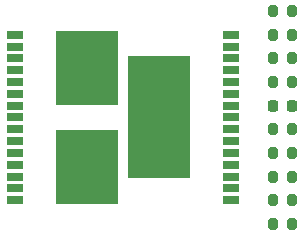
<source format=gtp>
G04 #@! TF.GenerationSoftware,KiCad,Pcbnew,7.0.9*
G04 #@! TF.CreationDate,2023-12-19T12:33:16+08:00*
G04 #@! TF.ProjectId,vnh5019,766e6835-3031-4392-9e6b-696361645f70,rev?*
G04 #@! TF.SameCoordinates,Original*
G04 #@! TF.FileFunction,Paste,Top*
G04 #@! TF.FilePolarity,Positive*
%FSLAX46Y46*%
G04 Gerber Fmt 4.6, Leading zero omitted, Abs format (unit mm)*
G04 Created by KiCad (PCBNEW 7.0.9) date 2023-12-19 12:33:16*
%MOMM*%
%LPD*%
G01*
G04 APERTURE LIST*
G04 Aperture macros list*
%AMRoundRect*
0 Rectangle with rounded corners*
0 $1 Rounding radius*
0 $2 $3 $4 $5 $6 $7 $8 $9 X,Y pos of 4 corners*
0 Add a 4 corners polygon primitive as box body*
4,1,4,$2,$3,$4,$5,$6,$7,$8,$9,$2,$3,0*
0 Add four circle primitives for the rounded corners*
1,1,$1+$1,$2,$3*
1,1,$1+$1,$4,$5*
1,1,$1+$1,$6,$7*
1,1,$1+$1,$8,$9*
0 Add four rect primitives between the rounded corners*
20,1,$1+$1,$2,$3,$4,$5,0*
20,1,$1+$1,$4,$5,$6,$7,0*
20,1,$1+$1,$6,$7,$8,$9,0*
20,1,$1+$1,$8,$9,$2,$3,0*%
G04 Aperture macros list end*
%ADD10RoundRect,0.200000X-0.200000X-0.275000X0.200000X-0.275000X0.200000X0.275000X-0.200000X0.275000X0*%
%ADD11RoundRect,0.200000X0.200000X0.275000X-0.200000X0.275000X-0.200000X-0.275000X0.200000X-0.275000X0*%
%ADD12R,1.350000X0.660000*%
%ADD13R,5.250000X10.300000*%
%ADD14R,5.250000X6.230000*%
%ADD15RoundRect,0.225000X0.225000X0.250000X-0.225000X0.250000X-0.225000X-0.250000X0.225000X-0.250000X0*%
G04 APERTURE END LIST*
D10*
X122050000Y-106000000D03*
X123700000Y-106000000D03*
D11*
X123700000Y-108000000D03*
X122050000Y-108000000D03*
X123700000Y-102000000D03*
X122050000Y-102000000D03*
X123700000Y-98000000D03*
X122050000Y-98000000D03*
D12*
X118500000Y-112000000D03*
X118500000Y-111000000D03*
X118500000Y-110000000D03*
X118500000Y-109000000D03*
X118500000Y-108000000D03*
X118500000Y-107000000D03*
X118500000Y-106000000D03*
X118500000Y-105000000D03*
X118500000Y-104000000D03*
X118500000Y-103000000D03*
X118500000Y-102000000D03*
X118500000Y-101000000D03*
X118500000Y-100000000D03*
X118500000Y-99000000D03*
X118500000Y-98000000D03*
X100250000Y-98000000D03*
X100250000Y-99000000D03*
X100250000Y-100000000D03*
X100250000Y-101000000D03*
X100250000Y-102000000D03*
X100250000Y-103000000D03*
X100250000Y-104000000D03*
X100250000Y-105000000D03*
X100250000Y-106000000D03*
X100250000Y-107000000D03*
X100250000Y-108000000D03*
X100250000Y-109000000D03*
X100250000Y-110000000D03*
X100250000Y-111000000D03*
X100250000Y-112000000D03*
D13*
X112425000Y-105000000D03*
D14*
X106325000Y-100835000D03*
X106325000Y-109165000D03*
D11*
X123700000Y-112000000D03*
X122050000Y-112000000D03*
D15*
X123650000Y-104000000D03*
X122100000Y-104000000D03*
D11*
X123700000Y-100000000D03*
X122050000Y-100000000D03*
X123700000Y-96000000D03*
X122050000Y-96000000D03*
X123700000Y-114000000D03*
X122050000Y-114000000D03*
X123700000Y-110000000D03*
X122050000Y-110000000D03*
M02*

</source>
